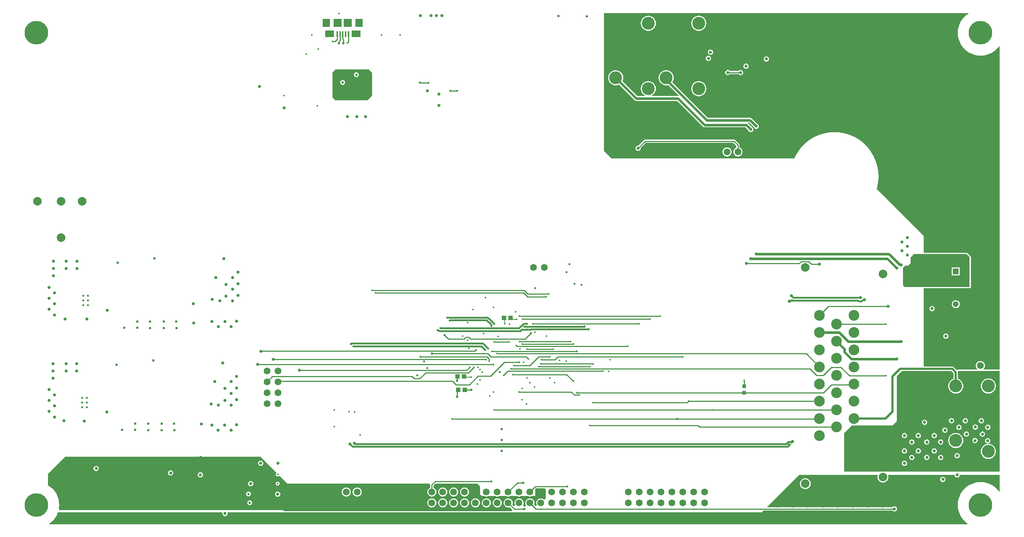
<source format=gbl>
G04*
G04 #@! TF.GenerationSoftware,Altium Limited,Altium Designer,18.1.11 (251)*
G04*
G04 Layer_Physical_Order=4*
G04 Layer_Color=16711680*
%FSLAX25Y25*%
%MOIN*%
G70*
G01*
G75*
%ADD11C,0.02362*%
%ADD13C,0.01000*%
%ADD14C,0.00787*%
%ADD16C,0.01968*%
%ADD39R,0.05709X0.04724*%
%ADD43R,0.03543X0.03347*%
%ADD52R,0.04134X0.03937*%
%ADD119C,0.01500*%
%ADD128C,0.06299*%
%ADD129C,0.21654*%
%ADD130C,0.11811*%
%ADD131C,0.05268*%
%ADD132R,0.05268X0.05268*%
%ADD133C,0.07874*%
%ADD134C,0.09843*%
%ADD135C,0.02362*%
%ADD136C,0.01575*%
%ADD137C,0.02756*%
%ADD138C,0.01968*%
%ADD139R,0.07087X0.07480*%
%ADD140R,0.07480X0.07480*%
%ADD141R,0.08268X0.06299*%
%ADD142R,0.01575X0.05315*%
%ADD143R,0.01575X0.05335*%
G36*
X327756Y416339D02*
Y395079D01*
X323425Y390748D01*
X294291D01*
X291339Y393701D01*
Y416339D01*
X294291Y419291D01*
X324803D01*
X327756Y416339D01*
D02*
G37*
G36*
X875984Y247047D02*
Y219488D01*
X816513Y219488D01*
X814960Y221041D01*
X814962Y237206D01*
X816929Y239173D01*
X819488Y239173D01*
X821850Y241535D01*
X821850Y247047D01*
X824803Y250000D01*
X873032Y250000D01*
X875984Y247047D01*
D02*
G37*
G36*
X874825Y470388D02*
X873284Y469358D01*
X871226Y467553D01*
X869421Y465495D01*
X867901Y463219D01*
X866690Y460764D01*
X865810Y458172D01*
X865276Y455487D01*
X865097Y452756D01*
X865276Y450024D01*
X865810Y447340D01*
X866690Y444748D01*
X867901Y442293D01*
X869421Y440017D01*
X871226Y437958D01*
X873284Y436154D01*
X875560Y434633D01*
X878015Y433422D01*
X880607Y432542D01*
X883292Y432008D01*
X886024Y431829D01*
X888755Y432008D01*
X891440Y432542D01*
X894032Y433422D01*
X896487Y434633D01*
X898763Y436154D01*
X900821Y437958D01*
X902626Y440017D01*
X903065Y440673D01*
X903543Y440528D01*
Y437992D01*
Y143736D01*
X888585D01*
X888415Y144236D01*
X888786Y144521D01*
X889451Y145388D01*
X889870Y146397D01*
X890012Y147480D01*
X889870Y148564D01*
X889451Y149573D01*
X888786Y150440D01*
X887920Y151105D01*
X886910Y151523D01*
X885827Y151666D01*
X884743Y151523D01*
X883734Y151105D01*
X882867Y150440D01*
X882202Y149573D01*
X881784Y148564D01*
X881641Y147480D01*
X881784Y146397D01*
X882202Y145388D01*
X882867Y144521D01*
X883238Y144236D01*
X883068Y143736D01*
X865207D01*
X865060Y143707D01*
X864911Y143692D01*
X864867Y143668D01*
X864817Y143658D01*
X864692Y143575D01*
X864560Y143505D01*
X864346Y143444D01*
X864036Y143457D01*
X863918Y143504D01*
X861470Y145951D01*
X860814Y146390D01*
X860040Y146544D01*
X833858D01*
Y218469D01*
X875984Y218469D01*
X876374Y218546D01*
X876705Y218767D01*
X876926Y219098D01*
X877004Y219488D01*
Y247047D01*
X876926Y247437D01*
X876705Y247768D01*
X873752Y250721D01*
X873422Y250942D01*
X873032Y251020D01*
X833858Y251020D01*
Y266535D01*
X790691Y309703D01*
X791611Y313374D01*
X792193Y317298D01*
X792387Y321260D01*
X792193Y325222D01*
X791611Y329145D01*
X790647Y332993D01*
X789311Y336727D01*
X787615Y340313D01*
X785575Y343715D01*
X783213Y346901D01*
X780549Y349840D01*
X777610Y352504D01*
X774424Y354867D01*
X771022Y356906D01*
X767436Y358602D01*
X763701Y359938D01*
X759854Y360902D01*
X755930Y361484D01*
X751968Y361679D01*
X748007Y361484D01*
X744083Y360902D01*
X740236Y359938D01*
X736501Y358602D01*
X732915Y356906D01*
X729513Y354867D01*
X726327Y352504D01*
X723388Y349840D01*
X720724Y346901D01*
X718362Y343715D01*
X716322Y340313D01*
X715038Y337598D01*
X547244Y337598D01*
X540354Y344488D01*
X540354Y470866D01*
X874680Y470866D01*
X874825Y470388D01*
D02*
G37*
G36*
X903543Y50197D02*
X760827D01*
X760827Y85630D01*
X767717Y92520D01*
X805118D01*
X809055Y96457D01*
Y137678D01*
X813875Y142498D01*
X859202D01*
X861166Y140534D01*
Y135343D01*
X860534Y135151D01*
X859334Y134510D01*
X858282Y133647D01*
X857419Y132595D01*
X856778Y131396D01*
X856383Y130094D01*
X856250Y128740D01*
X856383Y127386D01*
X856778Y126085D01*
X857419Y124885D01*
X858282Y123834D01*
X859334Y122971D01*
X860534Y122329D01*
X861835Y121935D01*
X863189Y121801D01*
X864543Y121935D01*
X865844Y122329D01*
X867044Y122971D01*
X868095Y123834D01*
X868958Y124885D01*
X869600Y126085D01*
X869995Y127386D01*
X870128Y128740D01*
X869995Y130094D01*
X869600Y131396D01*
X868958Y132595D01*
X868095Y133647D01*
X867044Y134510D01*
X865844Y135151D01*
X865212Y135343D01*
Y141372D01*
X865058Y142146D01*
X864971Y142276D01*
X865207Y142717D01*
X903543D01*
Y50197D01*
D02*
G37*
G36*
Y31951D02*
X903043Y31800D01*
X902626Y32424D01*
X900821Y34482D01*
X898763Y36287D01*
X896487Y37808D01*
X894032Y39019D01*
X891440Y39899D01*
X888755Y40433D01*
X886024Y40612D01*
X883292Y40433D01*
X880607Y39899D01*
X878015Y39019D01*
X875560Y37808D01*
X873284Y36287D01*
X871226Y34482D01*
X869421Y32424D01*
X867901Y30148D01*
X866690Y27693D01*
X865810Y25101D01*
X865276Y22416D01*
X865097Y19685D01*
X865276Y16954D01*
X865810Y14269D01*
X866690Y11677D01*
X867901Y9222D01*
X869421Y6946D01*
X871226Y4888D01*
X873284Y3083D01*
X873723Y2790D01*
X873800Y2144D01*
X873640Y1969D01*
X31815D01*
X31670Y2447D01*
X32621Y3083D01*
X34679Y4888D01*
X36484Y6946D01*
X38005Y9222D01*
X39216Y11677D01*
X39595Y12795D01*
X51181D01*
X190175D01*
X190585Y12295D01*
X190489Y11811D01*
X190673Y10883D01*
X191199Y10097D01*
X191986Y9571D01*
X192913Y9386D01*
X193841Y9571D01*
X194628Y10097D01*
X195153Y10883D01*
X195338Y11811D01*
X195242Y12295D01*
X195652Y12795D01*
X685039D01*
X686758Y14514D01*
X805150D01*
X805274Y14329D01*
X806060Y13803D01*
X806988Y13619D01*
X807916Y13803D01*
X808703Y14329D01*
X809228Y15115D01*
X809413Y16043D01*
X809228Y16971D01*
X808703Y17758D01*
X807916Y18283D01*
X806988Y18468D01*
X806060Y18283D01*
X805274Y17758D01*
X805150Y17573D01*
X690470D01*
X690279Y18035D01*
X719488Y47244D01*
X791553D01*
X791830Y46828D01*
X791647Y46385D01*
X791477Y45096D01*
X791647Y43807D01*
X792144Y42606D01*
X792936Y41575D01*
X793967Y40784D01*
X795168Y40286D01*
X796457Y40116D01*
X797746Y40286D01*
X798947Y40784D01*
X799978Y41575D01*
X800769Y42606D01*
X801267Y43807D01*
X801436Y45096D01*
X801267Y46385D01*
X801083Y46828D01*
X801361Y47244D01*
X862118D01*
X862303Y46316D01*
X862828Y45530D01*
X863615Y45004D01*
X864543Y44820D01*
X865471Y45004D01*
X866257Y45530D01*
X866783Y46316D01*
X866967Y47244D01*
X903543D01*
Y31951D01*
D02*
G37*
G36*
X240085Y49285D02*
X240050Y48926D01*
X239655Y48335D01*
X239516Y47638D01*
X239655Y46940D01*
X240050Y46349D01*
X240641Y45954D01*
X241339Y45815D01*
X242036Y45954D01*
X242627Y46349D01*
X242986Y46384D01*
X250000Y39370D01*
X379876D01*
X379974Y39321D01*
X381108Y38107D01*
Y35354D01*
X380545Y35121D01*
X379678Y34456D01*
X379013Y33589D01*
X378595Y32579D01*
X378452Y31496D01*
X378595Y30413D01*
X379013Y29403D01*
X379678Y28536D01*
X380545Y27871D01*
X381555Y27453D01*
X382638Y27311D01*
X383721Y27453D01*
X384731Y27871D01*
X385597Y28536D01*
X386262Y29403D01*
X386681Y30413D01*
X386823Y31496D01*
X386681Y32579D01*
X386262Y33589D01*
X385597Y34456D01*
X384731Y35121D01*
X384167Y35354D01*
Y37474D01*
X386064Y39370D01*
X424409D01*
X426851Y36929D01*
Y29528D01*
X428622Y27756D01*
X430824D01*
X431555Y27453D01*
X432638Y27311D01*
X433721Y27453D01*
X434452Y27756D01*
X440824D01*
X441554Y27453D01*
X442638Y27311D01*
X443721Y27453D01*
X444452Y27756D01*
X450824D01*
X451554Y27453D01*
X452638Y27311D01*
X453721Y27453D01*
X454452Y27756D01*
X460824D01*
X461554Y27453D01*
X462638Y27311D01*
X463721Y27453D01*
X464452Y27756D01*
X470824D01*
X471555Y27453D01*
X472638Y27311D01*
X473721Y27453D01*
X474452Y27756D01*
X477559D01*
Y34451D01*
X477996Y34888D01*
X486091D01*
X487205Y33774D01*
X487205Y25720D01*
X485840Y24440D01*
X485597Y24456D01*
X484730Y25121D01*
X483721Y25539D01*
X482638Y25681D01*
X481555Y25539D01*
X480545Y25121D01*
X479678Y24456D01*
X479013Y23589D01*
X478595Y22579D01*
X478452Y21496D01*
X478595Y20413D01*
X479013Y19403D01*
X477731Y18565D01*
X476447Y19850D01*
X476681Y20413D01*
X476823Y21496D01*
X476681Y22579D01*
X476263Y23589D01*
X475597Y24456D01*
X474730Y25121D01*
X473721Y25539D01*
X472638Y25681D01*
X471555Y25539D01*
X470545Y25121D01*
X469678Y24456D01*
X469013Y23589D01*
X468595Y22579D01*
X468452Y21496D01*
X468595Y20413D01*
X468976Y19493D01*
X468747Y19054D01*
X468040Y18124D01*
X467297Y18191D01*
X466836Y18731D01*
X466351Y19618D01*
X466681Y20413D01*
X466823Y21496D01*
X466681Y22579D01*
X466262Y23589D01*
X465597Y24456D01*
X464731Y25121D01*
X463721Y25539D01*
X462638Y25681D01*
X461554Y25539D01*
X460545Y25121D01*
X459678Y24456D01*
X459013Y23589D01*
X458595Y22579D01*
X458452Y21496D01*
X458595Y20413D01*
X459013Y19403D01*
X457731Y18565D01*
X456447Y19850D01*
X456681Y20413D01*
X456823Y21496D01*
X456681Y22579D01*
X456262Y23589D01*
X455597Y24456D01*
X454731Y25121D01*
X453721Y25539D01*
X452638Y25681D01*
X451554Y25539D01*
X450545Y25121D01*
X449678Y24456D01*
X449013Y23589D01*
X448595Y22579D01*
X448452Y21496D01*
X448595Y20413D01*
X449013Y19403D01*
X449678Y18537D01*
X450545Y17871D01*
X451554Y17453D01*
X452638Y17311D01*
X453721Y17453D01*
X454284Y17687D01*
X456581Y15390D01*
X455929Y13815D01*
X247012D01*
X246063Y14764D01*
X41435D01*
X40436Y15981D01*
X40630Y16954D01*
X40809Y19685D01*
X40630Y22416D01*
X40095Y25101D01*
X39216Y27693D01*
X38005Y30148D01*
X36484Y32424D01*
X34679Y34482D01*
X32621Y36287D01*
X30512Y37697D01*
Y48228D01*
X46260Y63976D01*
X225394Y63976D01*
X240085Y49285D01*
D02*
G37*
%LPC*%
G36*
X313366Y416594D02*
X312515Y416425D01*
X311794Y415943D01*
X311312Y415221D01*
X311142Y414370D01*
X311312Y413519D01*
X311794Y412798D01*
X312515Y412316D01*
X313366Y412146D01*
X314217Y412316D01*
X314938Y412798D01*
X315421Y413519D01*
X315590Y414370D01*
X315421Y415221D01*
X314938Y415943D01*
X314217Y416425D01*
X313366Y416594D01*
D02*
G37*
G36*
X300866Y409488D02*
X300015Y409318D01*
X299294Y408836D01*
X298812Y408115D01*
X298642Y407264D01*
X298812Y406413D01*
X299294Y405691D01*
X300015Y405209D01*
X300866Y405040D01*
X301717Y405209D01*
X302438Y405691D01*
X302921Y406413D01*
X303090Y407264D01*
X302921Y408115D01*
X302438Y408836D01*
X301717Y409318D01*
X300866Y409488D01*
D02*
G37*
G36*
X866872Y237453D02*
X859604D01*
Y230185D01*
X866872D01*
Y237453D01*
D02*
G37*
G36*
X627477Y468461D02*
X626123Y468328D01*
X624821Y467933D01*
X623622Y467292D01*
X622570Y466429D01*
X621707Y465377D01*
X621066Y464178D01*
X620671Y462876D01*
X620538Y461522D01*
X620671Y460169D01*
X621066Y458867D01*
X621707Y457667D01*
X622570Y456616D01*
X623622Y455753D01*
X624821Y455112D01*
X626123Y454717D01*
X627477Y454583D01*
X628830Y454717D01*
X630132Y455112D01*
X631332Y455753D01*
X632383Y456616D01*
X633246Y457667D01*
X633887Y458867D01*
X634282Y460169D01*
X634415Y461522D01*
X634282Y462876D01*
X633887Y464178D01*
X633246Y465377D01*
X632383Y466429D01*
X631332Y467292D01*
X630132Y467933D01*
X628830Y468328D01*
X627477Y468461D01*
D02*
G37*
G36*
X581217D02*
X579863Y468328D01*
X578561Y467933D01*
X577362Y467292D01*
X576310Y466429D01*
X575447Y465377D01*
X574806Y464178D01*
X574411Y462876D01*
X574278Y461522D01*
X574411Y460169D01*
X574806Y458867D01*
X575447Y457667D01*
X576310Y456616D01*
X577362Y455753D01*
X578561Y455112D01*
X579863Y454717D01*
X581217Y454583D01*
X582571Y454717D01*
X583872Y455112D01*
X585072Y455753D01*
X586123Y456616D01*
X586986Y457667D01*
X587628Y458867D01*
X588022Y460169D01*
X588156Y461522D01*
X588022Y462876D01*
X587628Y464178D01*
X586986Y465377D01*
X586123Y466429D01*
X585072Y467292D01*
X583872Y467933D01*
X582571Y468328D01*
X581217Y468461D01*
D02*
G37*
G36*
X638303Y437464D02*
X637375Y437279D01*
X636589Y436754D01*
X636063Y435967D01*
X635879Y435039D01*
X636063Y434111D01*
X636589Y433325D01*
X637375Y432799D01*
X638303Y432615D01*
X639231Y432799D01*
X640018Y433325D01*
X640543Y434111D01*
X640728Y435039D01*
X640543Y435967D01*
X640018Y436754D01*
X639231Y437279D01*
X638303Y437464D01*
D02*
G37*
G36*
X636335Y431751D02*
X635407Y431567D01*
X634621Y431041D01*
X634095Y430255D01*
X633910Y429327D01*
X634095Y428399D01*
X634621Y427612D01*
X635407Y427087D01*
X636335Y426902D01*
X637263Y427087D01*
X638049Y427612D01*
X638575Y428399D01*
X638759Y429327D01*
X638575Y430255D01*
X638049Y431041D01*
X637263Y431567D01*
X636335Y431751D01*
D02*
G37*
G36*
X689485Y431163D02*
X688557Y430978D01*
X687770Y430453D01*
X687245Y429666D01*
X687060Y428738D01*
X687245Y427810D01*
X687770Y427024D01*
X688557Y426498D01*
X689485Y426314D01*
X690412Y426498D01*
X691199Y427024D01*
X691724Y427810D01*
X691909Y428738D01*
X691724Y429666D01*
X691199Y430453D01*
X690412Y430978D01*
X689485Y431163D01*
D02*
G37*
G36*
X670784Y424669D02*
X669856Y424484D01*
X669069Y423958D01*
X668544Y423172D01*
X668359Y422244D01*
X668544Y421316D01*
X669069Y420530D01*
X669856Y420004D01*
X670784Y419819D01*
X671711Y420004D01*
X672498Y420530D01*
X673024Y421316D01*
X673208Y422244D01*
X673024Y423172D01*
X672498Y423958D01*
X671711Y424484D01*
X670784Y424669D01*
D02*
G37*
G36*
X665862Y418763D02*
X664935Y418579D01*
X664148Y418053D01*
X664024Y417868D01*
X655890D01*
X655766Y418053D01*
X654979Y418579D01*
X654051Y418763D01*
X653124Y418579D01*
X652337Y418053D01*
X651811Y417266D01*
X651627Y416339D01*
X651811Y415411D01*
X652337Y414624D01*
X653124Y414099D01*
X654051Y413914D01*
X654979Y414099D01*
X655766Y414624D01*
X655890Y414809D01*
X664024D01*
X664148Y414624D01*
X664935Y414099D01*
X665862Y413914D01*
X666790Y414099D01*
X667577Y414624D01*
X668102Y415411D01*
X668287Y416339D01*
X668102Y417266D01*
X667577Y418053D01*
X666790Y418579D01*
X665862Y418763D01*
D02*
G37*
G36*
X597555Y418461D02*
X596202Y418328D01*
X594900Y417933D01*
X593700Y417292D01*
X592649Y416429D01*
X591786Y415377D01*
X591145Y414178D01*
X590750Y412876D01*
X590616Y411522D01*
X590750Y410169D01*
X591145Y408867D01*
X591786Y407667D01*
X592649Y406616D01*
X593700Y405753D01*
X594900Y405112D01*
X596202Y404717D01*
X597555Y404583D01*
X598909Y404717D01*
X599453Y404882D01*
X609220Y395116D01*
X608973Y394655D01*
X608449Y394759D01*
X608449Y394759D01*
X584274D01*
X584149Y395259D01*
X585072Y395753D01*
X586123Y396616D01*
X586986Y397667D01*
X587628Y398867D01*
X588022Y400169D01*
X588156Y401522D01*
X588022Y402876D01*
X587628Y404178D01*
X586986Y405377D01*
X586123Y406429D01*
X585072Y407292D01*
X583872Y407933D01*
X582571Y408328D01*
X581217Y408461D01*
X579863Y408328D01*
X578561Y407933D01*
X577362Y407292D01*
X576310Y406429D01*
X575447Y405377D01*
X574806Y404178D01*
X574411Y402876D01*
X574278Y401522D01*
X574411Y400169D01*
X574806Y398867D01*
X575447Y397667D01*
X576310Y396616D01*
X577362Y395753D01*
X578285Y395259D01*
X578160Y394759D01*
X571204D01*
X557494Y408469D01*
X557706Y408867D01*
X558101Y410169D01*
X558234Y411522D01*
X558101Y412876D01*
X557706Y414178D01*
X557065Y415377D01*
X556202Y416429D01*
X555151Y417292D01*
X553951Y417933D01*
X552649Y418328D01*
X551296Y418461D01*
X549942Y418328D01*
X548640Y417933D01*
X547440Y417292D01*
X546389Y416429D01*
X545526Y415377D01*
X544885Y414178D01*
X544490Y412876D01*
X544357Y411522D01*
X544490Y410169D01*
X544885Y408867D01*
X545526Y407667D01*
X546389Y406616D01*
X547440Y405753D01*
X548640Y405112D01*
X549942Y404717D01*
X551296Y404583D01*
X552649Y404717D01*
X553951Y405112D01*
X554349Y405324D01*
X568710Y390963D01*
X568710Y390963D01*
X569431Y390481D01*
X570282Y390312D01*
X570282Y390312D01*
X607528D01*
X631089Y366750D01*
X631089Y366750D01*
X631810Y366268D01*
X632661Y366099D01*
X632661Y366099D01*
X670126D01*
X672951Y363274D01*
X672957Y363245D01*
X673482Y362459D01*
X674269Y361933D01*
X675197Y361749D01*
X676125Y361933D01*
X676911Y362459D01*
X677437Y363245D01*
X677621Y364173D01*
X677437Y365101D01*
X676911Y365888D01*
X676125Y366413D01*
X676096Y366419D01*
X672620Y369895D01*
X672570Y369928D01*
X672722Y370428D01*
X673671D01*
X677873Y366227D01*
X677878Y366198D01*
X678404Y365412D01*
X679190Y364886D01*
X680118Y364701D01*
X681046Y364886D01*
X681833Y365412D01*
X682358Y366198D01*
X682543Y367126D01*
X682358Y368054D01*
X681833Y368840D01*
X681046Y369366D01*
X681017Y369372D01*
X676164Y374225D01*
X675443Y374707D01*
X674592Y374876D01*
X674592Y374876D01*
X635749D01*
X603160Y407466D01*
X603325Y407667D01*
X603966Y408867D01*
X604361Y410169D01*
X604494Y411522D01*
X604361Y412876D01*
X603966Y414178D01*
X603325Y415377D01*
X602462Y416429D01*
X601410Y417292D01*
X600211Y417933D01*
X598909Y418328D01*
X597555Y418461D01*
D02*
G37*
G36*
X627477Y408461D02*
X626123Y408328D01*
X624821Y407933D01*
X623622Y407292D01*
X622570Y406429D01*
X621707Y405377D01*
X621066Y404178D01*
X620671Y402876D01*
X620538Y401522D01*
X620671Y400169D01*
X621066Y398867D01*
X621707Y397667D01*
X622570Y396616D01*
X623622Y395753D01*
X624821Y395112D01*
X626123Y394717D01*
X627477Y394583D01*
X628830Y394717D01*
X630132Y395112D01*
X631332Y395753D01*
X632383Y396616D01*
X633246Y397667D01*
X633887Y398867D01*
X634282Y400169D01*
X634415Y401522D01*
X634282Y402876D01*
X633887Y404178D01*
X633246Y405377D01*
X632383Y406429D01*
X631332Y407292D01*
X630132Y407933D01*
X628830Y408328D01*
X627477Y408461D01*
D02*
G37*
G36*
X659880Y354876D02*
X578346D01*
X577761Y354759D01*
X577265Y354428D01*
X572069Y349232D01*
X571850Y349275D01*
X570923Y349090D01*
X570136Y348565D01*
X569610Y347778D01*
X569426Y346850D01*
X569610Y345923D01*
X570136Y345136D01*
X570923Y344610D01*
X571850Y344426D01*
X572778Y344610D01*
X573565Y345136D01*
X574090Y345923D01*
X574275Y346850D01*
X574231Y347069D01*
X578980Y351817D01*
X659246D01*
X661856Y349207D01*
Y347362D01*
X661293Y347129D01*
X660426Y346463D01*
X659761Y345597D01*
X659343Y344587D01*
X659200Y343504D01*
X659343Y342421D01*
X659761Y341411D01*
X660426Y340544D01*
X661293Y339879D01*
X662303Y339461D01*
X663386Y339318D01*
X664469Y339461D01*
X665479Y339879D01*
X666345Y340544D01*
X667010Y341411D01*
X667429Y342421D01*
X667571Y343504D01*
X667429Y344587D01*
X667010Y345597D01*
X666345Y346463D01*
X665479Y347129D01*
X664915Y347362D01*
Y349840D01*
X664799Y350426D01*
X664467Y350922D01*
X660961Y354428D01*
X660465Y354759D01*
X659880Y354876D01*
D02*
G37*
G36*
X653386Y347689D02*
X652303Y347547D01*
X651293Y347129D01*
X650426Y346463D01*
X649761Y345597D01*
X649343Y344587D01*
X649200Y343504D01*
X649343Y342421D01*
X649761Y341411D01*
X650426Y340544D01*
X651293Y339879D01*
X652303Y339461D01*
X653386Y339318D01*
X654469Y339461D01*
X655478Y339879D01*
X656345Y340544D01*
X657011Y341411D01*
X657429Y342421D01*
X657571Y343504D01*
X657429Y344587D01*
X657011Y345597D01*
X656345Y346463D01*
X655478Y347129D01*
X654469Y347547D01*
X653386Y347689D01*
D02*
G37*
G36*
X863238Y207484D02*
X862290Y207359D01*
X861405Y206993D01*
X860646Y206411D01*
X860064Y205651D01*
X859698Y204767D01*
X859573Y203819D01*
X859698Y202870D01*
X860064Y201986D01*
X860646Y201227D01*
X861405Y200645D01*
X862290Y200279D01*
X863238Y200154D01*
X864187Y200279D01*
X865071Y200645D01*
X865830Y201227D01*
X866412Y201986D01*
X866778Y202870D01*
X866903Y203819D01*
X866778Y204767D01*
X866412Y205651D01*
X865830Y206411D01*
X865071Y206993D01*
X864187Y207359D01*
X863238Y207484D01*
D02*
G37*
G36*
X841535Y202228D02*
X840608Y202043D01*
X839821Y201518D01*
X839295Y200731D01*
X839111Y199803D01*
X839295Y198875D01*
X839821Y198089D01*
X840608Y197563D01*
X841535Y197379D01*
X842463Y197563D01*
X843250Y198089D01*
X843775Y198875D01*
X843960Y199803D01*
X843775Y200731D01*
X843250Y201518D01*
X842463Y202043D01*
X841535Y202228D01*
D02*
G37*
G36*
X854130Y177029D02*
X853203Y176845D01*
X852416Y176319D01*
X851890Y175533D01*
X851706Y174605D01*
X851890Y173677D01*
X852416Y172890D01*
X853203Y172365D01*
X854130Y172180D01*
X855058Y172365D01*
X855845Y172890D01*
X856370Y173677D01*
X856555Y174605D01*
X856370Y175533D01*
X855845Y176319D01*
X855058Y176845D01*
X854130Y177029D01*
D02*
G37*
G36*
X893110Y135679D02*
X891757Y135546D01*
X890455Y135151D01*
X889255Y134510D01*
X888204Y133647D01*
X887341Y132595D01*
X886699Y131396D01*
X886305Y130094D01*
X886171Y128740D01*
X886305Y127386D01*
X886699Y126085D01*
X887341Y124885D01*
X888204Y123834D01*
X889255Y122971D01*
X890455Y122329D01*
X891757Y121935D01*
X893110Y121801D01*
X894464Y121935D01*
X895766Y122329D01*
X896965Y122971D01*
X898017Y123834D01*
X898880Y124885D01*
X899521Y126085D01*
X899916Y127386D01*
X900049Y128740D01*
X899916Y130094D01*
X899521Y131396D01*
X898880Y132595D01*
X898017Y133647D01*
X896965Y134510D01*
X895766Y135151D01*
X894464Y135546D01*
X893110Y135679D01*
D02*
G37*
G36*
X886729Y99275D02*
X885801Y99090D01*
X885015Y98565D01*
X884489Y97778D01*
X884305Y96850D01*
X884489Y95923D01*
X885015Y95136D01*
X885801Y94610D01*
X886729Y94426D01*
X887657Y94610D01*
X888443Y95136D01*
X888969Y95923D01*
X889154Y96850D01*
X888969Y97778D01*
X888443Y98565D01*
X887657Y99090D01*
X886729Y99275D01*
D02*
G37*
G36*
X872047D02*
X871119Y99090D01*
X870333Y98565D01*
X869807Y97778D01*
X869623Y96850D01*
X869807Y95923D01*
X870333Y95136D01*
X871119Y94610D01*
X872047Y94426D01*
X872975Y94610D01*
X873762Y95136D01*
X874287Y95923D01*
X874472Y96850D01*
X874287Y97778D01*
X873762Y98565D01*
X872975Y99090D01*
X872047Y99275D01*
D02*
G37*
G36*
X859334D02*
X858406Y99090D01*
X857619Y98565D01*
X857094Y97778D01*
X856909Y96850D01*
X857094Y95923D01*
X857619Y95136D01*
X858406Y94610D01*
X859334Y94426D01*
X860262Y94610D01*
X861048Y95136D01*
X861574Y95923D01*
X861759Y96850D01*
X861574Y97778D01*
X861048Y98565D01*
X860262Y99090D01*
X859334Y99275D01*
D02*
G37*
G36*
X834646Y97897D02*
X833718Y97712D01*
X832931Y97187D01*
X832406Y96400D01*
X832221Y95472D01*
X832406Y94545D01*
X832931Y93758D01*
X833718Y93233D01*
X834646Y93048D01*
X835573Y93233D01*
X836360Y93758D01*
X836886Y94545D01*
X837070Y95472D01*
X836886Y96400D01*
X836360Y97187D01*
X835573Y97712D01*
X834646Y97897D01*
D02*
G37*
G36*
X881083Y93564D02*
X880156Y93379D01*
X879369Y92854D01*
X878844Y92067D01*
X878659Y91139D01*
X878844Y90211D01*
X879369Y89425D01*
X880156Y88899D01*
X881083Y88715D01*
X882011Y88899D01*
X882798Y89425D01*
X883323Y90211D01*
X883508Y91139D01*
X883323Y92067D01*
X882798Y92854D01*
X882011Y93379D01*
X881083Y93564D01*
D02*
G37*
G36*
X892635Y93348D02*
X891707Y93164D01*
X890920Y92638D01*
X890395Y91852D01*
X890210Y90924D01*
X890395Y89996D01*
X890920Y89210D01*
X891707Y88684D01*
X892635Y88499D01*
X893562Y88684D01*
X894349Y89210D01*
X894875Y89996D01*
X895059Y90924D01*
X894875Y91852D01*
X894349Y92638D01*
X893562Y93164D01*
X892635Y93348D01*
D02*
G37*
G36*
X866142D02*
X865214Y93164D01*
X864427Y92638D01*
X863902Y91852D01*
X863717Y90924D01*
X863902Y89996D01*
X864427Y89210D01*
X865214Y88684D01*
X866142Y88499D01*
X867070Y88684D01*
X867856Y89210D01*
X868382Y89996D01*
X868566Y90924D01*
X868382Y91852D01*
X867856Y92638D01*
X867070Y93164D01*
X866142Y93348D01*
D02*
G37*
G36*
X853347Y90693D02*
X852419Y90509D01*
X851632Y89983D01*
X851106Y89197D01*
X850922Y88269D01*
X851106Y87341D01*
X851632Y86554D01*
X852419Y86029D01*
X853347Y85844D01*
X854274Y86029D01*
X855061Y86554D01*
X855586Y87341D01*
X855771Y88269D01*
X855586Y89197D01*
X855061Y89983D01*
X854274Y90509D01*
X853347Y90693D01*
D02*
G37*
G36*
X887713Y87070D02*
X886786Y86886D01*
X885999Y86360D01*
X885473Y85574D01*
X885289Y84646D01*
X885473Y83718D01*
X885999Y82931D01*
X886786Y82406D01*
X887713Y82221D01*
X888641Y82406D01*
X889428Y82931D01*
X889953Y83718D01*
X890138Y84646D01*
X889953Y85574D01*
X889428Y86360D01*
X888641Y86886D01*
X887713Y87070D01*
D02*
G37*
G36*
X873032D02*
X872104Y86886D01*
X871317Y86360D01*
X870792Y85574D01*
X870607Y84646D01*
X870792Y83718D01*
X871317Y82931D01*
X872104Y82406D01*
X873032Y82221D01*
X873959Y82406D01*
X874746Y82931D01*
X875272Y83718D01*
X875456Y84646D01*
X875272Y85574D01*
X874746Y86360D01*
X873959Y86886D01*
X873032Y87070D01*
D02*
G37*
G36*
X843504Y85737D02*
X842576Y85553D01*
X841790Y85027D01*
X841264Y84241D01*
X841079Y83313D01*
X841264Y82385D01*
X841790Y81599D01*
X842576Y81073D01*
X843504Y80888D01*
X844432Y81073D01*
X845218Y81599D01*
X845744Y82385D01*
X845928Y83313D01*
X845744Y84241D01*
X845218Y85027D01*
X844432Y85553D01*
X843504Y85737D01*
D02*
G37*
G36*
X828822D02*
X827894Y85553D01*
X827108Y85027D01*
X826582Y84241D01*
X826398Y83313D01*
X826582Y82385D01*
X827108Y81599D01*
X827894Y81073D01*
X828822Y80888D01*
X829750Y81073D01*
X830536Y81599D01*
X831062Y82385D01*
X831247Y83313D01*
X831062Y84241D01*
X830536Y85027D01*
X829750Y85553D01*
X828822Y85737D01*
D02*
G37*
G36*
X816109D02*
X815181Y85553D01*
X814394Y85027D01*
X813869Y84241D01*
X813684Y83313D01*
X813869Y82385D01*
X814394Y81599D01*
X815181Y81073D01*
X816109Y80888D01*
X817037Y81073D01*
X817823Y81599D01*
X818349Y82385D01*
X818533Y83313D01*
X818349Y84241D01*
X817823Y85027D01*
X817037Y85553D01*
X816109Y85737D01*
D02*
G37*
G36*
X880906Y81144D02*
X879978Y80959D01*
X879191Y80434D01*
X878666Y79647D01*
X878481Y78719D01*
X878666Y77791D01*
X879191Y77005D01*
X879978Y76479D01*
X880906Y76295D01*
X881833Y76479D01*
X882620Y77005D01*
X883146Y77791D01*
X883330Y78719D01*
X883146Y79647D01*
X882620Y80434D01*
X881833Y80959D01*
X880906Y81144D01*
D02*
G37*
G36*
X849409Y79811D02*
X848482Y79626D01*
X847695Y79101D01*
X847169Y78314D01*
X846985Y77386D01*
X847169Y76459D01*
X847695Y75672D01*
X848482Y75147D01*
X849409Y74962D01*
X850337Y75147D01*
X851124Y75672D01*
X851649Y76459D01*
X851834Y77386D01*
X851649Y78314D01*
X851124Y79101D01*
X850337Y79626D01*
X849409Y79811D01*
D02*
G37*
G36*
X836696D02*
X835768Y79626D01*
X834982Y79101D01*
X834456Y78314D01*
X834272Y77386D01*
X834456Y76459D01*
X834982Y75672D01*
X835768Y75147D01*
X836696Y74962D01*
X837624Y75147D01*
X838410Y75672D01*
X838936Y76459D01*
X839121Y77386D01*
X838936Y78314D01*
X838410Y79101D01*
X837624Y79626D01*
X836696Y79811D01*
D02*
G37*
G36*
X822917D02*
X821989Y79626D01*
X821202Y79101D01*
X820677Y78314D01*
X820492Y77386D01*
X820677Y76459D01*
X821202Y75672D01*
X821989Y75147D01*
X822917Y74962D01*
X823844Y75147D01*
X824631Y75672D01*
X825157Y76459D01*
X825341Y77386D01*
X825157Y78314D01*
X824631Y79101D01*
X823844Y79626D01*
X822917Y79811D01*
D02*
G37*
G36*
X863189Y85679D02*
X861835Y85546D01*
X860534Y85151D01*
X859334Y84510D01*
X858282Y83647D01*
X857419Y82595D01*
X856778Y81396D01*
X856383Y80094D01*
X856250Y78740D01*
X856383Y77386D01*
X856778Y76085D01*
X857419Y74885D01*
X858282Y73834D01*
X859334Y72971D01*
X860534Y72329D01*
X861835Y71935D01*
X863189Y71801D01*
X864543Y71935D01*
X865844Y72329D01*
X867044Y72971D01*
X868095Y73834D01*
X868958Y74885D01*
X869600Y76085D01*
X869995Y77386D01*
X870128Y78740D01*
X869995Y80094D01*
X869600Y81396D01*
X868958Y82595D01*
X868095Y83647D01*
X867044Y84510D01*
X865844Y85151D01*
X864543Y85546D01*
X863189Y85679D01*
D02*
G37*
G36*
X843504Y71597D02*
X842576Y71413D01*
X841790Y70887D01*
X841264Y70100D01*
X841079Y69173D01*
X841264Y68245D01*
X841790Y67458D01*
X842576Y66933D01*
X843504Y66748D01*
X844432Y66933D01*
X845218Y67458D01*
X845744Y68245D01*
X845928Y69173D01*
X845744Y70100D01*
X845218Y70887D01*
X844432Y71413D01*
X843504Y71597D01*
D02*
G37*
G36*
X828822D02*
X827894Y71413D01*
X827108Y70887D01*
X826582Y70100D01*
X826398Y69173D01*
X826582Y68245D01*
X827108Y67458D01*
X827894Y66933D01*
X828822Y66748D01*
X829750Y66933D01*
X830536Y67458D01*
X831062Y68245D01*
X831247Y69173D01*
X831062Y70100D01*
X830536Y70887D01*
X829750Y71413D01*
X828822Y71597D01*
D02*
G37*
G36*
X816109D02*
X815181Y71413D01*
X814394Y70887D01*
X813869Y70100D01*
X813684Y69173D01*
X813869Y68245D01*
X814394Y67458D01*
X815181Y66933D01*
X816109Y66748D01*
X817037Y66933D01*
X817823Y67458D01*
X818349Y68245D01*
X818533Y69173D01*
X818349Y70100D01*
X817823Y70887D01*
X817037Y71413D01*
X816109Y71597D01*
D02*
G37*
G36*
X864543Y67385D02*
X863615Y67201D01*
X862828Y66675D01*
X862303Y65889D01*
X862118Y64961D01*
X862303Y64033D01*
X862828Y63246D01*
X863615Y62721D01*
X864543Y62536D01*
X865471Y62721D01*
X866257Y63246D01*
X866783Y64033D01*
X866967Y64961D01*
X866783Y65889D01*
X866257Y66675D01*
X865471Y67201D01*
X864543Y67385D01*
D02*
G37*
G36*
X892457Y80928D02*
X891529Y80744D01*
X890742Y80218D01*
X890217Y79432D01*
X890032Y78504D01*
X890217Y77576D01*
X890742Y76789D01*
X891529Y76264D01*
X892330Y76105D01*
X892305Y75600D01*
X891757Y75546D01*
X890455Y75151D01*
X889255Y74510D01*
X888204Y73647D01*
X887341Y72595D01*
X886699Y71396D01*
X886305Y70094D01*
X886171Y68740D01*
X886305Y67386D01*
X886699Y66085D01*
X887341Y64885D01*
X888204Y63834D01*
X889255Y62971D01*
X890455Y62329D01*
X891757Y61935D01*
X893110Y61801D01*
X894464Y61935D01*
X895766Y62329D01*
X896965Y62971D01*
X898017Y63834D01*
X898880Y64885D01*
X899521Y66085D01*
X899916Y67386D01*
X900049Y68740D01*
X899916Y70094D01*
X899521Y71396D01*
X898880Y72595D01*
X898017Y73647D01*
X896965Y74510D01*
X895766Y75151D01*
X894464Y75546D01*
X893110Y75679D01*
X892906Y75659D01*
X892832Y76154D01*
X893384Y76264D01*
X894171Y76789D01*
X894697Y77576D01*
X894881Y78504D01*
X894697Y79432D01*
X894171Y80218D01*
X893384Y80744D01*
X892457Y80928D01*
D02*
G37*
G36*
X849409Y65671D02*
X848482Y65486D01*
X847695Y64961D01*
X847169Y64174D01*
X846985Y63246D01*
X847169Y62318D01*
X847695Y61532D01*
X848482Y61006D01*
X849409Y60822D01*
X850337Y61006D01*
X851124Y61532D01*
X851649Y62318D01*
X851834Y63246D01*
X851649Y64174D01*
X851124Y64961D01*
X850337Y65486D01*
X849409Y65671D01*
D02*
G37*
G36*
X836696D02*
X835768Y65486D01*
X834982Y64961D01*
X834456Y64174D01*
X834272Y63246D01*
X834456Y62318D01*
X834982Y61532D01*
X835768Y61006D01*
X836696Y60822D01*
X837624Y61006D01*
X838410Y61532D01*
X838936Y62318D01*
X839121Y63246D01*
X838936Y64174D01*
X838410Y64961D01*
X837624Y65486D01*
X836696Y65671D01*
D02*
G37*
G36*
X822917D02*
X821989Y65486D01*
X821202Y64961D01*
X820677Y64174D01*
X820492Y63246D01*
X820677Y62318D01*
X821202Y61532D01*
X821989Y61006D01*
X822917Y60822D01*
X823844Y61006D01*
X824631Y61532D01*
X825157Y62318D01*
X825341Y63246D01*
X825157Y64174D01*
X824631Y64961D01*
X823844Y65486D01*
X822917Y65671D01*
D02*
G37*
G36*
X816109Y60259D02*
X815181Y60074D01*
X814394Y59548D01*
X813869Y58762D01*
X813684Y57834D01*
X813869Y56906D01*
X814394Y56120D01*
X815181Y55594D01*
X816109Y55409D01*
X817037Y55594D01*
X817823Y56120D01*
X818349Y56906D01*
X818533Y57834D01*
X818349Y58762D01*
X817823Y59548D01*
X817037Y60074D01*
X816109Y60259D01*
D02*
G37*
G36*
X851364Y45535D02*
X850436Y45350D01*
X849649Y44825D01*
X849124Y44038D01*
X848939Y43110D01*
X849124Y42182D01*
X849649Y41396D01*
X850436Y40870D01*
X851364Y40686D01*
X852291Y40870D01*
X853078Y41396D01*
X853604Y42182D01*
X853788Y43110D01*
X853604Y44038D01*
X853078Y44825D01*
X852291Y45350D01*
X851364Y45535D01*
D02*
G37*
G36*
X725197Y44170D02*
X723908Y44000D01*
X722707Y43503D01*
X721676Y42712D01*
X720884Y41680D01*
X720387Y40479D01*
X720217Y39191D01*
X720387Y37902D01*
X720884Y36701D01*
X721676Y35669D01*
X722707Y34878D01*
X723908Y34380D01*
X725197Y34211D01*
X726486Y34380D01*
X727687Y34878D01*
X728718Y35669D01*
X729509Y36701D01*
X730007Y37902D01*
X730176Y39191D01*
X730007Y40479D01*
X729509Y41680D01*
X728718Y42712D01*
X727687Y43503D01*
X726486Y44000D01*
X725197Y44170D01*
D02*
G37*
G36*
X225590Y60299D02*
X224663Y60114D01*
X223876Y59588D01*
X223351Y58802D01*
X223166Y57874D01*
X223351Y56946D01*
X223876Y56160D01*
X224663Y55634D01*
X225590Y55449D01*
X226518Y55634D01*
X227305Y56160D01*
X227831Y56946D01*
X228015Y57874D01*
X227831Y58802D01*
X227305Y59588D01*
X226518Y60114D01*
X225590Y60299D01*
D02*
G37*
G36*
X74705Y55574D02*
X73777Y55390D01*
X72990Y54864D01*
X72465Y54077D01*
X72280Y53150D01*
X72465Y52222D01*
X72990Y51435D01*
X73777Y50910D01*
X74705Y50725D01*
X75633Y50910D01*
X76419Y51435D01*
X76945Y52222D01*
X77129Y53150D01*
X76945Y54077D01*
X76419Y54864D01*
X75633Y55390D01*
X74705Y55574D01*
D02*
G37*
G36*
X143012Y51440D02*
X142084Y51256D01*
X141297Y50730D01*
X140772Y49944D01*
X140587Y49016D01*
X140772Y48088D01*
X141297Y47301D01*
X142084Y46776D01*
X143012Y46591D01*
X143940Y46776D01*
X144726Y47301D01*
X145252Y48088D01*
X145436Y49016D01*
X145252Y49944D01*
X144726Y50730D01*
X143940Y51256D01*
X143012Y51440D01*
D02*
G37*
G36*
X170276Y49669D02*
X169348Y49484D01*
X168561Y48959D01*
X168036Y48172D01*
X167851Y47244D01*
X168036Y46316D01*
X168561Y45530D01*
X169348Y45004D01*
X170276Y44820D01*
X171203Y45004D01*
X171990Y45530D01*
X172516Y46316D01*
X172700Y47244D01*
X172516Y48172D01*
X171990Y48959D01*
X171203Y49484D01*
X170276Y49669D01*
D02*
G37*
G36*
X241240Y41013D02*
X240543Y40874D01*
X239951Y40479D01*
X239557Y39888D01*
X239418Y39191D01*
X239557Y38493D01*
X239951Y37902D01*
X240543Y37507D01*
X241240Y37368D01*
X241938Y37507D01*
X242529Y37902D01*
X242924Y38493D01*
X243063Y39191D01*
X242924Y39888D01*
X242529Y40479D01*
X241938Y40874D01*
X241240Y41013D01*
D02*
G37*
G36*
X216535Y41615D02*
X215608Y41430D01*
X214821Y40905D01*
X214295Y40118D01*
X214111Y39191D01*
X214295Y38263D01*
X214821Y37476D01*
X215608Y36950D01*
X216535Y36766D01*
X217463Y36950D01*
X218250Y37476D01*
X218775Y38263D01*
X218960Y39191D01*
X218775Y40118D01*
X218250Y40905D01*
X217463Y41430D01*
X216535Y41615D01*
D02*
G37*
G36*
X214469Y31909D02*
X213617Y31740D01*
X212896Y31258D01*
X212414Y30536D01*
X212245Y29685D01*
X212414Y28834D01*
X212896Y28113D01*
X213617Y27630D01*
X214469Y27461D01*
X215319Y27630D01*
X216041Y28113D01*
X216523Y28834D01*
X216692Y29685D01*
X216523Y30536D01*
X216041Y31258D01*
X215319Y31740D01*
X214469Y31909D01*
D02*
G37*
G36*
X412638Y35682D02*
X411554Y35539D01*
X410545Y35121D01*
X409678Y34456D01*
X409013Y33589D01*
X408595Y32579D01*
X408452Y31496D01*
X408595Y30413D01*
X409013Y29403D01*
X409678Y28536D01*
X410545Y27871D01*
X411554Y27453D01*
X412638Y27311D01*
X413721Y27453D01*
X414731Y27871D01*
X415597Y28536D01*
X416262Y29403D01*
X416681Y30413D01*
X416823Y31496D01*
X416681Y32579D01*
X416262Y33589D01*
X415597Y34456D01*
X414731Y35121D01*
X413721Y35539D01*
X412638Y35682D01*
D02*
G37*
G36*
X402638D02*
X401554Y35539D01*
X400545Y35121D01*
X399678Y34456D01*
X399013Y33589D01*
X398595Y32579D01*
X398452Y31496D01*
X398595Y30413D01*
X399013Y29403D01*
X399678Y28536D01*
X400545Y27871D01*
X401554Y27453D01*
X402638Y27311D01*
X403721Y27453D01*
X404731Y27871D01*
X405597Y28536D01*
X406262Y29403D01*
X406681Y30413D01*
X406823Y31496D01*
X406681Y32579D01*
X406262Y33589D01*
X405597Y34456D01*
X404731Y35121D01*
X403721Y35539D01*
X402638Y35682D01*
D02*
G37*
G36*
X392638D02*
X391554Y35539D01*
X390545Y35121D01*
X389678Y34456D01*
X389013Y33589D01*
X388595Y32579D01*
X388452Y31496D01*
X388595Y30413D01*
X389013Y29403D01*
X389678Y28536D01*
X390545Y27871D01*
X391554Y27453D01*
X392638Y27311D01*
X393721Y27453D01*
X394730Y27871D01*
X395597Y28536D01*
X396263Y29403D01*
X396681Y30413D01*
X396823Y31496D01*
X396681Y32579D01*
X396263Y33589D01*
X395597Y34456D01*
X394730Y35121D01*
X393721Y35539D01*
X392638Y35682D01*
D02*
G37*
G36*
X314134Y35642D02*
X313051Y35500D01*
X312041Y35081D01*
X311174Y34416D01*
X310509Y33549D01*
X310091Y32540D01*
X309948Y31457D01*
X310091Y30373D01*
X310509Y29364D01*
X311174Y28497D01*
X312041Y27832D01*
X313051Y27414D01*
X314134Y27271D01*
X315217Y27414D01*
X316227Y27832D01*
X317093Y28497D01*
X317758Y29364D01*
X318177Y30373D01*
X318319Y31457D01*
X318177Y32540D01*
X317758Y33549D01*
X317093Y34416D01*
X316227Y35081D01*
X315217Y35500D01*
X314134Y35642D01*
D02*
G37*
G36*
X304134D02*
X303051Y35500D01*
X302041Y35081D01*
X301174Y34416D01*
X300509Y33549D01*
X300091Y32540D01*
X299949Y31457D01*
X300091Y30373D01*
X300509Y29364D01*
X301174Y28497D01*
X302041Y27832D01*
X303051Y27414D01*
X304134Y27271D01*
X305217Y27414D01*
X306227Y27832D01*
X307093Y28497D01*
X307758Y29364D01*
X308177Y30373D01*
X308319Y31457D01*
X308177Y32540D01*
X307758Y33549D01*
X307093Y34416D01*
X306227Y35081D01*
X305217Y35500D01*
X304134Y35642D01*
D02*
G37*
G36*
X241240Y32001D02*
X240312Y31817D01*
X239526Y31291D01*
X239000Y30505D01*
X238816Y29577D01*
X239000Y28649D01*
X239526Y27862D01*
X240312Y27337D01*
X241240Y27152D01*
X242168Y27337D01*
X242955Y27862D01*
X243480Y28649D01*
X243665Y29577D01*
X243480Y30505D01*
X242955Y31291D01*
X242168Y31817D01*
X241240Y32001D01*
D02*
G37*
G36*
X215555Y23877D02*
X214704Y23708D01*
X213982Y23226D01*
X213500Y22505D01*
X213331Y21654D01*
X213500Y20802D01*
X213982Y20081D01*
X214704Y19599D01*
X215555Y19430D01*
X216406Y19599D01*
X217127Y20081D01*
X217609Y20802D01*
X217778Y21654D01*
X217609Y22505D01*
X217127Y23226D01*
X216406Y23708D01*
X215555Y23877D01*
D02*
G37*
G36*
X442638Y25681D02*
X441554Y25539D01*
X440545Y25121D01*
X439678Y24456D01*
X439013Y23589D01*
X438595Y22579D01*
X438452Y21496D01*
X438595Y20413D01*
X439013Y19403D01*
X439678Y18537D01*
X440545Y17871D01*
X441554Y17453D01*
X442638Y17311D01*
X443721Y17453D01*
X444731Y17871D01*
X445597Y18537D01*
X446263Y19403D01*
X446681Y20413D01*
X446823Y21496D01*
X446681Y22579D01*
X446263Y23589D01*
X445597Y24456D01*
X444731Y25121D01*
X443721Y25539D01*
X442638Y25681D01*
D02*
G37*
G36*
X432638D02*
X431555Y25539D01*
X430545Y25121D01*
X429678Y24456D01*
X429013Y23589D01*
X428595Y22579D01*
X428452Y21496D01*
X428595Y20413D01*
X429013Y19403D01*
X429678Y18537D01*
X430545Y17871D01*
X431555Y17453D01*
X432638Y17311D01*
X433721Y17453D01*
X434730Y17871D01*
X435597Y18537D01*
X436263Y19403D01*
X436681Y20413D01*
X436823Y21496D01*
X436681Y22579D01*
X436263Y23589D01*
X435597Y24456D01*
X434730Y25121D01*
X433721Y25539D01*
X432638Y25681D01*
D02*
G37*
G36*
X422638D02*
X421555Y25539D01*
X420545Y25121D01*
X419678Y24456D01*
X419013Y23589D01*
X418595Y22579D01*
X418452Y21496D01*
X418595Y20413D01*
X419013Y19403D01*
X419678Y18537D01*
X420545Y17871D01*
X421555Y17453D01*
X422638Y17311D01*
X423721Y17453D01*
X424730Y17871D01*
X425597Y18537D01*
X426263Y19403D01*
X426681Y20413D01*
X426823Y21496D01*
X426681Y22579D01*
X426263Y23589D01*
X425597Y24456D01*
X424730Y25121D01*
X423721Y25539D01*
X422638Y25681D01*
D02*
G37*
G36*
X412638D02*
X411554Y25539D01*
X410545Y25121D01*
X409678Y24456D01*
X409013Y23589D01*
X408595Y22579D01*
X408452Y21496D01*
X408595Y20413D01*
X409013Y19403D01*
X409678Y18537D01*
X410545Y17871D01*
X411554Y17453D01*
X412638Y17311D01*
X413721Y17453D01*
X414731Y17871D01*
X415597Y18537D01*
X416262Y19403D01*
X416681Y20413D01*
X416823Y21496D01*
X416681Y22579D01*
X416262Y23589D01*
X415597Y24456D01*
X414731Y25121D01*
X413721Y25539D01*
X412638Y25681D01*
D02*
G37*
G36*
X402638D02*
X401554Y25539D01*
X400545Y25121D01*
X399678Y24456D01*
X399013Y23589D01*
X398595Y22579D01*
X398452Y21496D01*
X398595Y20413D01*
X399013Y19403D01*
X399678Y18537D01*
X400545Y17871D01*
X401554Y17453D01*
X402638Y17311D01*
X403721Y17453D01*
X404731Y17871D01*
X405597Y18537D01*
X406262Y19403D01*
X406681Y20413D01*
X406823Y21496D01*
X406681Y22579D01*
X406262Y23589D01*
X405597Y24456D01*
X404731Y25121D01*
X403721Y25539D01*
X402638Y25681D01*
D02*
G37*
G36*
X392638D02*
X391554Y25539D01*
X390545Y25121D01*
X389678Y24456D01*
X389013Y23589D01*
X388595Y22579D01*
X388452Y21496D01*
X388595Y20413D01*
X389013Y19403D01*
X389678Y18537D01*
X390545Y17871D01*
X391554Y17453D01*
X392638Y17311D01*
X393721Y17453D01*
X394730Y17871D01*
X395597Y18537D01*
X396263Y19403D01*
X396681Y20413D01*
X396823Y21496D01*
X396681Y22579D01*
X396263Y23589D01*
X395597Y24456D01*
X394730Y25121D01*
X393721Y25539D01*
X392638Y25681D01*
D02*
G37*
G36*
X382638D02*
X381555Y25539D01*
X380545Y25121D01*
X379678Y24456D01*
X379013Y23589D01*
X378595Y22579D01*
X378452Y21496D01*
X378595Y20413D01*
X379013Y19403D01*
X379678Y18537D01*
X380545Y17871D01*
X381555Y17453D01*
X382638Y17311D01*
X383721Y17453D01*
X384731Y17871D01*
X385597Y18537D01*
X386262Y19403D01*
X386681Y20413D01*
X386823Y21496D01*
X386681Y22579D01*
X386262Y23589D01*
X385597Y24456D01*
X384731Y25121D01*
X383721Y25539D01*
X382638Y25681D01*
D02*
G37*
%LPD*%
D11*
X674592Y372652D02*
X680118Y367126D01*
X634828Y372652D02*
X674592D01*
X597555Y409925D02*
X634828Y372652D01*
X597555Y409925D02*
Y411522D01*
X551296D02*
X570282Y392535D01*
X608449D01*
X632661Y368323D01*
X671047D01*
X675197Y364173D01*
X801968Y250000D02*
X812008Y239961D01*
X812992D01*
X800329Y245734D02*
X809055Y237008D01*
X764486Y169685D02*
X812992D01*
X756398Y177773D02*
X764486Y169685D01*
X761122Y159744D02*
X767323Y153543D01*
X809055D01*
X753937Y169899D02*
X761122Y162714D01*
Y159744D02*
Y162714D01*
X675852Y245734D02*
X800329D01*
X680118Y250000D02*
X801968D01*
X738189Y177773D02*
X756398D01*
X863238Y223819D02*
X870437D01*
X863238Y213819D02*
X870350D01*
D13*
X452638Y21496D02*
X458386Y15748D01*
X467520D01*
X452638Y31496D02*
X461102Y39961D01*
X466535D01*
X439978Y106907D02*
X639764D01*
X753937D01*
X626789Y92520D02*
X628150Y91159D01*
X527559Y92520D02*
X626789D01*
X498032Y155512D02*
X612835D01*
X663386Y343504D02*
Y349840D01*
X659880Y353346D02*
X663386Y349840D01*
X578346Y353346D02*
X659880D01*
X571850Y346850D02*
X578346Y353346D01*
X522360Y183349D02*
X522476Y183464D01*
X261024Y143307D02*
X261146Y143185D01*
X414527D02*
X417323Y145980D01*
X261146Y143185D02*
X414527D01*
X297638Y445276D02*
X298327Y445965D01*
X297638Y443307D02*
Y445276D01*
X300886Y447222D02*
X301575Y446533D01*
Y443307D02*
Y446533D01*
X300886Y447222D02*
Y451476D01*
X305217Y443405D02*
X306004Y444193D01*
Y451476D01*
X225984Y160752D02*
X422034Y160752D01*
X222835Y148425D02*
X438742D01*
X237008Y153272D02*
X264961D01*
X438742Y148425D02*
X438859Y148308D01*
X439173Y148622D01*
X377046Y140945D02*
X416224D01*
X371534Y135433D02*
X377046Y140945D01*
X366535Y135433D02*
X371534D01*
X364567Y137402D02*
X366535Y135433D01*
X236141Y137402D02*
X364567D01*
X231339Y132599D02*
X236141Y137402D01*
X416224Y140945D02*
X421260Y145980D01*
X405748Y133465D02*
Y137127D01*
X404731Y129921D02*
X417046D01*
X401581Y133071D02*
X404731Y129921D01*
X241339Y132599D02*
X241810Y133071D01*
X264961D01*
X372047Y155512D02*
X433071D01*
X422034Y160752D02*
X423307Y162025D01*
X472638Y31693D02*
X477362Y36417D01*
X472638Y31496D02*
Y31693D01*
X477362Y36417D02*
X506890D01*
X399508Y399508D02*
X405669D01*
X452331Y142520D02*
X539370D01*
X448425Y138614D02*
X452331Y142520D01*
X456693Y139370D02*
X506299D01*
X455118Y144488D02*
X729528D01*
X735402Y138614D01*
X495385Y152865D02*
X498032Y155512D01*
X412205Y172047D02*
X413779Y173622D01*
X397754Y172047D02*
X412205D01*
X394094Y175706D02*
X397754Y172047D01*
X382874Y158465D02*
X433781D01*
X506299Y139370D02*
X512598Y133071D01*
X522360Y183480D02*
X522460D01*
X522476Y183464D01*
X462992Y169685D02*
X509842D01*
X465551Y167323D02*
X512638D01*
X465551Y167323D02*
X465551Y167323D01*
X757957Y145980D02*
X765748Y138189D01*
X749130Y145980D02*
X757957D01*
X741764Y138614D02*
X749130Y145980D01*
X735402Y138614D02*
X741764D01*
X765748Y138189D02*
X799213D01*
X457736Y147638D02*
X472441D01*
X472490Y147589D02*
X480413Y155512D01*
X413779Y173622D02*
X416535D01*
X418110Y172047D01*
X468306D01*
X473424Y177165D01*
X483268Y152865D02*
X495385D01*
X439978Y169291D02*
X453542D01*
X515945Y122655D02*
X741946D01*
X515158Y160433D02*
X515354Y160630D01*
X437795Y160433D02*
X515158D01*
X470627Y213326D02*
X483477D01*
X467316Y216637D02*
X470627Y213326D01*
X470495Y210630D02*
X487402D01*
X466775Y214350D02*
X470495Y210630D01*
X435039Y151575D02*
Y153543D01*
X433071Y155512D02*
X435039Y153543D01*
X431925Y153272D02*
X432331Y152865D01*
X264961Y153272D02*
X431925Y153272D01*
X436734Y155512D02*
X469316D01*
X433781Y158465D02*
X436734Y155512D01*
X449156Y150591D02*
X462598D01*
X436361Y137795D02*
X449156Y150591D01*
X424920Y137795D02*
X436361D01*
X417046Y129921D02*
X424920Y137795D01*
X264961Y133071D02*
X401581Y133071D01*
X469316Y155512D02*
X471284Y153543D01*
X480413Y146653D02*
X527559D01*
X530077Y149171D02*
X530512Y148736D01*
X482638Y149171D02*
X530077D01*
X616795Y113466D02*
X618110Y114781D01*
X530512Y113466D02*
X616795D01*
X472441Y147638D02*
X472490Y147589D01*
X475197Y186024D02*
X572835D01*
X460467Y165323D02*
X562567D01*
X469758Y162598D02*
X494095D01*
X669291Y128622D02*
Y133839D01*
X405748Y118898D02*
Y124097D01*
X406929Y125278D01*
X405748Y137127D02*
X406299Y137678D01*
X412934Y125178D02*
X419015D01*
X401181Y98639D02*
X737761D01*
X737975Y98425D01*
X738189Y98639D01*
X412835Y125278D02*
X412934Y125178D01*
X562567Y165323D02*
X562598Y165354D01*
X460042Y165748D02*
X460467Y165323D01*
X480413Y155512D02*
X490748D01*
X483537Y213386D02*
X489764D01*
X483477Y213326D02*
X483537Y213386D01*
X462376Y123228D02*
X510630D01*
X513437Y120421D02*
X517717D01*
X510630Y123228D02*
X513437Y120421D01*
X769077Y129921D02*
X769685Y130529D01*
X749213Y129921D02*
X769077D01*
X741946Y122655D02*
X749213Y129921D01*
X726002Y158465D02*
X738189Y146277D01*
X462376Y123228D02*
X462534Y123071D01*
X746440Y201772D02*
X801181D01*
X385869Y41339D02*
X437008D01*
X382638Y38107D02*
X385869Y41339D01*
X382638Y31496D02*
Y38107D01*
X472638Y21496D02*
X478090Y16043D01*
X806988D01*
X628150Y91159D02*
X753937D01*
X295768Y446850D02*
Y451476D01*
X293799Y444882D02*
X295768Y446850D01*
X291339Y444882D02*
X293799D01*
X465731Y190261D02*
X582741D01*
X462804Y192913D02*
X592227D01*
X475197Y186024D02*
X475197Y186024D01*
X735311Y101911D02*
X738189Y99033D01*
X618110Y114781D02*
X738189D01*
X753937Y185647D02*
X799204D01*
X330709Y214350D02*
X466775D01*
X327858Y216637D02*
X467316D01*
X327756Y216535D02*
X327858Y216637D01*
X442638Y158465D02*
X726002Y158465D01*
X371778Y406988D02*
X379429D01*
X371654Y407113D02*
X371778Y406988D01*
X738189Y193521D02*
X746440Y201772D01*
X728404Y243053D02*
X730905Y240551D01*
X738189D01*
X721399Y243053D02*
X728404D01*
X719488Y241142D02*
X721399Y243053D01*
X671260Y241142D02*
X719488D01*
X654051Y416339D02*
X665862D01*
X298327Y451476D02*
Y453445D01*
Y445965D02*
Y451476D01*
X300886D02*
Y453445D01*
X301429Y443307D02*
X301575D01*
D14*
X412875Y137008D02*
X418898D01*
X449605Y185826D02*
Y190353D01*
X453937Y189961D02*
X460534D01*
X453937D02*
X455315Y191339D01*
X448622D02*
X449606Y190354D01*
X412205Y137678D02*
X412875Y137008D01*
X449605Y190353D02*
X449606Y190354D01*
X870437Y223819D02*
X872047Y222209D01*
D16*
X812237Y144521D02*
X860040D01*
X805118Y137402D02*
X812237Y144521D01*
X805118Y105315D02*
Y137402D01*
X860040Y144521D02*
X863189Y141372D01*
X798836Y99033D02*
X805118Y105315D01*
X863189Y128740D02*
Y141372D01*
X769685Y99033D02*
X798836D01*
D39*
X872047Y222209D02*
D03*
Y215516D02*
D03*
D43*
X669291Y128622D02*
D03*
Y122520D02*
D03*
D52*
X454724Y191240D02*
D03*
X448819D02*
D03*
X406299Y137678D02*
D03*
X412205D02*
D03*
X406929Y125278D02*
D03*
X412835D02*
D03*
D119*
X432949Y189152D02*
X437008Y185092D01*
X398994Y189152D02*
X432949D01*
X437008Y184055D02*
Y185092D01*
X469797Y180526D02*
X473045D01*
X473368Y180849D02*
X526345D01*
X473045Y180526D02*
X473368Y180849D01*
X526345D02*
X526476Y180980D01*
X469758Y180565D02*
X469797Y180526D01*
Y180417D02*
Y180526D01*
X464813Y180417D02*
X469797D01*
X389494Y179390D02*
X463786D01*
X464813Y180417D01*
X388963Y179921D02*
X389494Y179390D01*
X387795Y179921D02*
X388963D01*
X522228Y183349D02*
X522360Y183480D01*
X472333Y183349D02*
X522228D01*
X472055Y183071D02*
X472333Y183349D01*
X309842Y73228D02*
X709055D01*
X312067Y75728D02*
X707896D01*
X711763Y77537D02*
X712563Y76737D01*
X711103Y206220D02*
X712363Y207480D01*
X311417Y76378D02*
X312067Y75728D01*
X712563Y76737D02*
Y76737D01*
X712563D02*
X712563D01*
X713583Y77756D01*
X709497Y77537D02*
X711763D01*
X707896Y75936D02*
X709497Y77537D01*
X707896Y75728D02*
Y75936D01*
X709055Y73228D02*
X710630Y74803D01*
X307480Y75590D02*
X309842Y73228D01*
X467323Y183071D02*
X472055D01*
X466740Y186024D02*
X469758D01*
X308071Y167323D02*
X308602Y167854D01*
X429390D01*
X434055Y163189D01*
X428167Y165354D02*
X431496Y162025D01*
X310555Y165354D02*
X428167D01*
X778253Y207989D02*
X779528D01*
X776979Y206715D02*
X778253Y207989D01*
X774388Y206715D02*
X776979D01*
X773760Y207343D02*
X774388Y206715D01*
X712363Y207480D02*
X713000D01*
X713138Y207343D02*
X773760D01*
X713000Y207480D02*
X713138Y207343D01*
X710630Y206693D02*
X711103Y206220D01*
X714173Y209842D02*
X775683D01*
X712598Y211417D02*
X714173Y209842D01*
X390529Y181890D02*
X462606D01*
X439809Y185826D02*
X439978D01*
X435357Y190278D02*
X439809Y185826D01*
X435357Y190278D02*
X435357D01*
X433984Y191652D02*
X435357Y190278D01*
X396457Y191652D02*
X433984D01*
X398819Y188976D02*
X398994Y189152D01*
X522360Y183349D02*
Y183480D01*
X462606Y181890D02*
X466740Y186024D01*
D128*
X653386Y343504D02*
D03*
X663386D02*
D03*
X314134Y31457D02*
D03*
X304134D02*
D03*
X602835Y31497D02*
D03*
Y21496D02*
D03*
X612835Y31497D02*
D03*
Y21496D02*
D03*
X622834Y31497D02*
D03*
Y21496D02*
D03*
X632835Y31497D02*
D03*
Y21497D02*
D03*
X592835Y21496D02*
D03*
Y31497D02*
D03*
X582834Y31496D02*
D03*
Y21496D02*
D03*
X562835D02*
D03*
Y31497D02*
D03*
X572835Y21496D02*
D03*
Y31496D02*
D03*
X885827Y147480D02*
D03*
Y157480D02*
D03*
X462638Y21496D02*
D03*
Y31496D02*
D03*
X522638D02*
D03*
X512638D02*
D03*
X502638D02*
D03*
X492638D02*
D03*
X482638D02*
D03*
X472638D02*
D03*
X442638D02*
D03*
X432638D02*
D03*
X422638D02*
D03*
X402638D02*
D03*
X392638D02*
D03*
X382638D02*
D03*
X522638Y21496D02*
D03*
X512638D02*
D03*
X502638D02*
D03*
X492638D02*
D03*
X482638D02*
D03*
X472638D02*
D03*
X442638D02*
D03*
X432638D02*
D03*
X422638D02*
D03*
X412638D02*
D03*
X392638D02*
D03*
X382638D02*
D03*
X452638Y31496D02*
D03*
Y21496D02*
D03*
X412638Y31496D02*
D03*
X402638Y21496D02*
D03*
X241339Y142599D02*
D03*
Y132599D02*
D03*
Y122599D02*
D03*
Y112600D02*
D03*
X231339D02*
D03*
Y122599D02*
D03*
Y132599D02*
D03*
Y142599D02*
D03*
X485827Y237402D02*
D03*
X475827D02*
D03*
D129*
X885827Y452756D02*
D03*
Y19685D02*
D03*
X19685Y452756D02*
D03*
Y19685D02*
D03*
D130*
X863189Y78740D02*
D03*
X893110Y68740D02*
D03*
X863189Y128740D02*
D03*
X893110D02*
D03*
X597555Y411522D02*
D03*
X627477Y401522D02*
D03*
X597555Y461522D02*
D03*
X627477D02*
D03*
X551296Y411522D02*
D03*
X581217Y401522D02*
D03*
X551296Y461522D02*
D03*
X581217D02*
D03*
D131*
X863238Y203819D02*
D03*
Y213819D02*
D03*
Y223819D02*
D03*
D132*
Y233819D02*
D03*
D133*
X725197Y39191D02*
D03*
X796457Y45096D02*
D03*
X725197Y237616D02*
D03*
X796457Y231710D02*
D03*
X61811Y298327D02*
D03*
X42323D02*
D03*
Y264862D02*
D03*
X20669Y298327D02*
D03*
D134*
X738189Y83285D02*
D03*
Y99033D02*
D03*
Y114781D02*
D03*
Y130529D02*
D03*
Y146277D02*
D03*
Y162025D02*
D03*
Y177773D02*
D03*
Y193521D02*
D03*
X753937Y91159D02*
D03*
Y106907D02*
D03*
Y122655D02*
D03*
Y138403D02*
D03*
Y154151D02*
D03*
Y169899D02*
D03*
Y185647D02*
D03*
X769685Y83285D02*
D03*
Y99033D02*
D03*
Y114781D02*
D03*
Y130529D02*
D03*
Y146277D02*
D03*
Y162025D02*
D03*
Y177773D02*
D03*
Y193521D02*
D03*
D135*
X466535Y39961D02*
D03*
X467520Y15748D02*
D03*
X524691Y468062D02*
D03*
X498966Y468219D02*
D03*
X405748Y133465D02*
D03*
X446850Y89366D02*
D03*
Y69173D02*
D03*
Y79269D02*
D03*
X382874Y158465D02*
D03*
X405748Y118898D02*
D03*
X418898Y125146D02*
D03*
X823819Y238189D02*
D03*
Y226378D02*
D03*
Y232283D02*
D03*
X818898Y235236D02*
D03*
Y229331D02*
D03*
Y223425D02*
D03*
X869734Y244094D02*
D03*
X66771Y46990D02*
D03*
X57519D02*
D03*
X66771Y61754D02*
D03*
X57519D02*
D03*
X62008Y54864D02*
D03*
X53128Y54864D02*
D03*
X214469Y29685D02*
D03*
X215555Y21654D02*
D03*
X110500Y94371D02*
D03*
Y88466D02*
D03*
X122351Y94397D02*
D03*
Y88269D02*
D03*
X134843Y94397D02*
D03*
Y88269D02*
D03*
X146043Y94397D02*
D03*
X146653Y88269D02*
D03*
X98425Y88466D02*
D03*
X100394Y182087D02*
D03*
X148622Y181890D02*
D03*
X148012Y188018D02*
D03*
X136811Y181890D02*
D03*
Y188018D02*
D03*
X124320Y181890D02*
D03*
Y188018D02*
D03*
X112468Y182087D02*
D03*
Y187992D02*
D03*
X607874Y98639D02*
D03*
X94587Y241929D02*
D03*
X128248Y245984D02*
D03*
X127165Y152363D02*
D03*
X93504Y148308D02*
D03*
X321915Y395669D02*
D03*
X295768Y405512D02*
D03*
X300866Y407264D02*
D03*
X295768Y415354D02*
D03*
X313366Y414370D02*
D03*
X297638Y443307D02*
D03*
X301575D02*
D03*
D136*
X639764Y106907D02*
D03*
X612835Y155512D02*
D03*
X305217Y443405D02*
D03*
X293099Y106812D02*
D03*
X418898Y137008D02*
D03*
X306693Y105118D02*
D03*
X443456Y174135D02*
D03*
X453937Y185433D02*
D03*
X449605Y185826D02*
D03*
X437008Y184055D02*
D03*
X544882Y142126D02*
D03*
X539370Y142520D02*
D03*
X546063Y152865D02*
D03*
X311805Y105060D02*
D03*
X434055Y163189D02*
D03*
X431496Y162025D02*
D03*
X308071Y167323D02*
D03*
X310555Y165354D02*
D03*
X456693Y139370D02*
D03*
X439173Y200787D02*
D03*
X439978Y185826D02*
D03*
X505905Y151575D02*
D03*
X495079Y131986D02*
D03*
X509842Y169685D02*
D03*
X512638Y167323D02*
D03*
X490748Y136162D02*
D03*
X448425Y138614D02*
D03*
X477165Y178347D02*
D03*
X396457Y191652D02*
D03*
X398819Y188976D02*
D03*
X415354Y187008D02*
D03*
X460534Y189961D02*
D03*
X459646Y196850D02*
D03*
X416339Y163189D02*
D03*
X499981Y152147D02*
D03*
X453542Y169291D02*
D03*
X439978D02*
D03*
X442638Y158465D02*
D03*
X437795Y160433D02*
D03*
X431692Y209867D02*
D03*
X430210Y176823D02*
D03*
X423307Y162025D02*
D03*
X469488Y112205D02*
D03*
X465551Y116273D02*
D03*
X463542Y162872D02*
D03*
X487713Y174440D02*
D03*
X466980Y150591D02*
D03*
X472441Y131986D02*
D03*
X476674Y128010D02*
D03*
X469764Y136162D02*
D03*
X465551Y126435D02*
D03*
X435039Y151575D02*
D03*
X471284Y153543D02*
D03*
X530512Y148736D02*
D03*
X527559Y146653D02*
D03*
X480413D02*
D03*
X482638Y149171D02*
D03*
X527559Y92520D02*
D03*
X530512Y113466D02*
D03*
X455118Y144488D02*
D03*
X457736Y147638D02*
D03*
X410825Y174605D02*
D03*
X415354Y170866D02*
D03*
X420394Y198879D02*
D03*
X424409Y130709D02*
D03*
X426753Y134252D02*
D03*
X435827Y119685D02*
D03*
X439280Y123228D02*
D03*
X669291Y133839D02*
D03*
X439173Y148622D02*
D03*
X401181Y98639D02*
D03*
X469758Y162598D02*
D03*
X494095D02*
D03*
X490748Y155512D02*
D03*
X483268Y152865D02*
D03*
X562598Y165354D02*
D03*
X460042Y165748D02*
D03*
X462992Y169685D02*
D03*
X465551Y167323D02*
D03*
X487402Y210630D02*
D03*
X489764Y213386D02*
D03*
X512598Y133071D02*
D03*
X799213Y138189D02*
D03*
X462534Y123071D02*
D03*
X517717Y120421D02*
D03*
X439978Y106907D02*
D03*
X421260Y145980D02*
D03*
X277461Y385925D02*
D03*
X247047Y395177D02*
D03*
X353346Y450787D02*
D03*
X267520Y433268D02*
D03*
X278543Y437992D02*
D03*
X297638Y470472D02*
D03*
X291339Y444882D02*
D03*
X272638Y450787D02*
D03*
X336614D02*
D03*
X582741Y190261D02*
D03*
X465731D02*
D03*
X592227Y192913D02*
D03*
X462804D02*
D03*
X475197Y186024D02*
D03*
X572835Y186024D02*
D03*
X618110Y114781D02*
D03*
X628150Y91159D02*
D03*
X799204Y185647D02*
D03*
X327756Y216535D02*
D03*
X330709Y214350D02*
D03*
X417323Y145980D02*
D03*
X426863Y143870D02*
D03*
X432331Y152865D02*
D03*
X428740Y141729D02*
D03*
X424803Y146063D02*
D03*
X293099Y91457D02*
D03*
X316760Y83858D02*
D03*
X241339Y47638D02*
D03*
X241240Y39191D02*
D03*
D137*
X636041Y380971D02*
D03*
X650591Y388880D02*
D03*
Y392782D02*
D03*
X571850Y346850D02*
D03*
X591831Y341535D02*
D03*
X560407D02*
D03*
X377953Y6693D02*
D03*
X407480D02*
D03*
X416929D02*
D03*
X557087D02*
D03*
X597555D02*
D03*
X307087Y18701D02*
D03*
X864543Y47244D02*
D03*
X225984Y160630D02*
D03*
X222835Y148425D02*
D03*
X237008Y153272D02*
D03*
X261024Y143307D02*
D03*
X859631Y291339D02*
D03*
X311417Y76378D02*
D03*
X307480Y75590D02*
D03*
X780960Y392082D02*
D03*
X808964Y381496D02*
D03*
X795184D02*
D03*
X834019Y380971D02*
D03*
X820239D02*
D03*
X856748Y386526D02*
D03*
X842968D02*
D03*
X816233Y362904D02*
D03*
X802041Y374715D02*
D03*
X810167Y369160D02*
D03*
X815821Y374715D02*
D03*
X816645Y351093D02*
D03*
X821176Y292738D02*
D03*
X842144Y362205D02*
D03*
X827953Y374016D02*
D03*
X828777Y362205D02*
D03*
X836078Y368460D02*
D03*
X841732Y374016D02*
D03*
X842968Y338583D02*
D03*
X828777Y350394D02*
D03*
X829601Y338583D02*
D03*
X836902Y344838D02*
D03*
X842556Y350394D02*
D03*
X835666Y356649D02*
D03*
X843792Y314961D02*
D03*
X829601Y326772D02*
D03*
X830424Y314961D02*
D03*
X837726Y321216D02*
D03*
X843380Y326772D02*
D03*
X836490Y333027D02*
D03*
X847087Y292038D02*
D03*
X830424Y303150D02*
D03*
X833720Y292038D02*
D03*
X838550Y297594D02*
D03*
X844204Y303150D02*
D03*
X837314Y309405D02*
D03*
X864049Y369160D02*
D03*
X849858Y380971D02*
D03*
X850682Y369160D02*
D03*
X857983Y375415D02*
D03*
X863637Y380971D02*
D03*
X864873Y345537D02*
D03*
X850682Y357348D02*
D03*
X851506Y345537D02*
D03*
X858807Y351793D02*
D03*
X864461Y357348D02*
D03*
X857572Y363604D02*
D03*
X865697Y321916D02*
D03*
X851506Y333727D02*
D03*
X852330Y321916D02*
D03*
X859631Y328171D02*
D03*
X865285Y333727D02*
D03*
X858395Y339982D02*
D03*
X866521Y298293D02*
D03*
X852330Y310104D02*
D03*
X853153Y298293D02*
D03*
X860455Y304549D02*
D03*
X866109Y310104D02*
D03*
X859219Y316360D02*
D03*
X850824Y416929D02*
D03*
X815139Y410674D02*
D03*
X815963Y387052D02*
D03*
X815409Y398337D02*
D03*
X864603Y416929D02*
D03*
X865427Y393307D02*
D03*
X864873Y404593D02*
D03*
X828777Y410148D02*
D03*
X821063Y392082D02*
D03*
X827953Y385827D02*
D03*
Y397638D02*
D03*
X821475Y403893D02*
D03*
X801556Y410148D02*
D03*
X753937Y393307D02*
D03*
X775591Y398031D02*
D03*
X774070Y410148D02*
D03*
X768005Y403893D02*
D03*
X782196D02*
D03*
X850270Y428215D02*
D03*
X864049D02*
D03*
X877829D02*
D03*
X842968Y421959D02*
D03*
X856748D02*
D03*
X895728Y310104D02*
D03*
X881948D02*
D03*
X888838Y303849D02*
D03*
X883184Y298293D02*
D03*
X875882Y292038D02*
D03*
X875058Y303849D02*
D03*
X889250Y292038D02*
D03*
X896282Y298819D02*
D03*
X894904Y333727D02*
D03*
X881124D02*
D03*
X888014Y327471D02*
D03*
X882360Y321916D02*
D03*
X875058Y315660D02*
D03*
X874235Y327471D02*
D03*
X888426Y315660D02*
D03*
X895458Y322441D02*
D03*
X894080Y357348D02*
D03*
X880301D02*
D03*
X887190Y351093D02*
D03*
X881536Y345537D02*
D03*
X874235Y339282D02*
D03*
X873411Y351093D02*
D03*
X887602Y339282D02*
D03*
X894634Y346063D02*
D03*
X893256Y380971D02*
D03*
X879477D02*
D03*
X886366Y374715D02*
D03*
X880712Y369160D02*
D03*
X873411Y362904D02*
D03*
X872587Y374715D02*
D03*
X886778Y362904D02*
D03*
X893810Y369685D02*
D03*
X892432Y404593D02*
D03*
X878653D02*
D03*
X885542Y398337D02*
D03*
X879889Y392782D02*
D03*
X872587Y386526D02*
D03*
X871763Y398337D02*
D03*
X885954Y386526D02*
D03*
X892986Y393307D02*
D03*
X891608Y428215D02*
D03*
X884719Y421959D02*
D03*
X879065Y416404D02*
D03*
X871763Y410148D02*
D03*
X870939Y421959D02*
D03*
X885131Y410148D02*
D03*
X892162Y416929D02*
D03*
X856336Y410848D02*
D03*
X842556D02*
D03*
X849446Y404593D02*
D03*
X843792Y399037D02*
D03*
X836490Y392782D02*
D03*
X835666Y404593D02*
D03*
X849858Y392782D02*
D03*
X856890Y399562D02*
D03*
X808519Y404593D02*
D03*
X794740D02*
D03*
X801630Y398337D02*
D03*
X795976Y392782D02*
D03*
X788674Y386526D02*
D03*
X787850Y398337D02*
D03*
X802041Y386526D02*
D03*
X809073Y393307D02*
D03*
X744864Y409449D02*
D03*
X759879D02*
D03*
X768417Y392782D02*
D03*
X754225Y403893D02*
D03*
X761527Y398337D02*
D03*
X794882Y428740D02*
D03*
X794740Y416404D02*
D03*
X787850Y410148D02*
D03*
Y421959D02*
D03*
X814997Y433770D02*
D03*
X759879D02*
D03*
X773659D02*
D03*
X746100D02*
D03*
X774482Y421959D02*
D03*
X760291D02*
D03*
X753401Y415704D02*
D03*
X767181D02*
D03*
X753401Y427515D02*
D03*
X767181D02*
D03*
X781784Y428215D02*
D03*
X781372Y416404D02*
D03*
X730672Y397638D02*
D03*
X716893D02*
D03*
X703113D02*
D03*
X744864Y398337D02*
D03*
X737974Y392082D02*
D03*
X716481Y385827D02*
D03*
X702701D02*
D03*
X709591Y391383D02*
D03*
X723370D02*
D03*
X731084Y421260D02*
D03*
X717305D02*
D03*
X703525D02*
D03*
X745276Y421959D02*
D03*
X737974Y403893D02*
D03*
X738386Y415704D02*
D03*
X731084Y409449D02*
D03*
X716893D02*
D03*
X703113D02*
D03*
X710003Y403194D02*
D03*
X723782D02*
D03*
X710003Y415004D02*
D03*
X723782D02*
D03*
X724194Y438627D02*
D03*
X710415D02*
D03*
X724194Y426816D02*
D03*
X710415D02*
D03*
X703525Y433071D02*
D03*
X717305D02*
D03*
X731496D02*
D03*
X738798Y439326D02*
D03*
X738386Y427515D02*
D03*
X821475D02*
D03*
X807695D02*
D03*
X821475Y415704D02*
D03*
X807695D02*
D03*
X800806Y421959D02*
D03*
X814585D02*
D03*
X828777D02*
D03*
X836078Y428215D02*
D03*
X835666Y416404D02*
D03*
X822299Y440026D02*
D03*
X829189Y433770D02*
D03*
X864049Y440026D02*
D03*
X850270D02*
D03*
X836490D02*
D03*
X870939Y433770D02*
D03*
X857160D02*
D03*
X843380D02*
D03*
X829189Y445581D02*
D03*
X842968D02*
D03*
X856748D02*
D03*
X822299Y451837D02*
D03*
X836078D02*
D03*
X849858D02*
D03*
X863637D02*
D03*
X814997Y445581D02*
D03*
X800806Y457393D02*
D03*
X787026D02*
D03*
X815409Y458092D02*
D03*
X842556D02*
D03*
X828777D02*
D03*
X778900Y462948D02*
D03*
X792680D02*
D03*
X751753D02*
D03*
X765533D02*
D03*
X801218Y445581D02*
D03*
X787438D02*
D03*
X794328Y451837D02*
D03*
X808107D02*
D03*
X801218Y433770D02*
D03*
X787438D02*
D03*
X780548Y440026D02*
D03*
X794328D02*
D03*
X808519D02*
D03*
X780960Y451837D02*
D03*
X766357Y451137D02*
D03*
X752577D02*
D03*
X759467Y457393D02*
D03*
X773247D02*
D03*
X766357Y439326D02*
D03*
X752577D02*
D03*
X745687Y445581D02*
D03*
X759467D02*
D03*
X773659D02*
D03*
X746100Y457393D02*
D03*
X711239Y462948D02*
D03*
X703937Y456693D02*
D03*
X738798Y451137D02*
D03*
X724606D02*
D03*
X710827D02*
D03*
X703937Y444882D02*
D03*
X717717D02*
D03*
X731496D02*
D03*
X738386Y462948D02*
D03*
X724606D02*
D03*
X717717Y456693D02*
D03*
X731496D02*
D03*
X559726Y386025D02*
D03*
X590041Y386593D02*
D03*
X858268Y13145D02*
D03*
X865158Y6693D02*
D03*
X844488Y13145D02*
D03*
X851378Y6693D02*
D03*
X830709Y13145D02*
D03*
X837598Y6693D02*
D03*
X170472Y63386D02*
D03*
X225590Y57874D02*
D03*
X779528Y207989D02*
D03*
X710630Y74803D02*
D03*
Y206693D02*
D03*
X775683Y209842D02*
D03*
X712598Y211417D02*
D03*
X713583Y77756D02*
D03*
X873032Y84646D02*
D03*
X887713D02*
D03*
X892457Y78504D02*
D03*
X880906Y78719D02*
D03*
X853347Y88269D02*
D03*
X816109Y57834D02*
D03*
Y69173D02*
D03*
X828822D02*
D03*
X822917Y63246D02*
D03*
X843504Y69173D02*
D03*
X849409Y63246D02*
D03*
X836696D02*
D03*
X816109Y83313D02*
D03*
X828822D02*
D03*
X822917Y77386D02*
D03*
X843504Y83313D02*
D03*
X849409Y77386D02*
D03*
X836696D02*
D03*
X881083Y91139D02*
D03*
X892635Y90924D02*
D03*
X886729Y96850D02*
D03*
X866142Y90924D02*
D03*
X872047Y96850D02*
D03*
X859334D02*
D03*
X834646Y95472D02*
D03*
X812992Y239961D02*
D03*
X809055Y237008D02*
D03*
X812992Y169685D02*
D03*
X809055Y153543D02*
D03*
X801180Y36417D02*
D03*
Y24606D02*
D03*
X801181Y201772D02*
D03*
X141732Y26575D02*
D03*
X155512D02*
D03*
X169291D02*
D03*
X148622Y34449D02*
D03*
X162402D02*
D03*
X176181D02*
D03*
X362205D02*
D03*
X348425D02*
D03*
X334646D02*
D03*
X279528D02*
D03*
X265748D02*
D03*
X369094Y26575D02*
D03*
X355315D02*
D03*
X341535D02*
D03*
X327756D02*
D03*
X286417D02*
D03*
X272638D02*
D03*
X362205Y18701D02*
D03*
X348425D02*
D03*
X334646D02*
D03*
X320866D02*
D03*
X293307D02*
D03*
X279528D02*
D03*
X265748D02*
D03*
X810039Y30512D02*
D03*
X176181Y6693D02*
D03*
X107283D02*
D03*
X162401D02*
D03*
X148622D02*
D03*
X121063D02*
D03*
X134843D02*
D03*
X171161Y93945D02*
D03*
X203546Y137678D02*
D03*
X198625Y122057D02*
D03*
X203546Y126978D02*
D03*
X198625Y132757D02*
D03*
Y111352D02*
D03*
X203546Y116273D02*
D03*
X203346Y93081D02*
D03*
X186814Y111352D02*
D03*
X192720Y115730D02*
D03*
X192520Y92913D02*
D03*
X180709D02*
D03*
X192720Y126435D02*
D03*
X186614Y88160D02*
D03*
X198425D02*
D03*
X198625Y183264D02*
D03*
X186814D02*
D03*
X193898Y222025D02*
D03*
X180909Y188018D02*
D03*
X181198Y208268D02*
D03*
X192720Y188018D02*
D03*
X193898Y211320D02*
D03*
X187992Y206941D02*
D03*
X203546Y188185D02*
D03*
X204724Y211863D02*
D03*
X199803Y206941D02*
D03*
X56890Y142675D02*
D03*
X47047D02*
D03*
X35236Y135982D02*
D03*
Y142675D02*
D03*
Y149171D02*
D03*
X47047D02*
D03*
X56890D02*
D03*
X57087Y243110D02*
D03*
X47244D02*
D03*
X35433D02*
D03*
Y236614D02*
D03*
X258858Y6693D02*
D03*
X245079D02*
D03*
X272638D02*
D03*
X286417D02*
D03*
X300197D02*
D03*
X313976D02*
D03*
X327756D02*
D03*
X341535D02*
D03*
X355315D02*
D03*
X369094D02*
D03*
X427559D02*
D03*
X397342D02*
D03*
X387402D02*
D03*
X437402D02*
D03*
X447835D02*
D03*
X457480D02*
D03*
X468012D02*
D03*
X487205D02*
D03*
X497047D02*
D03*
X507874D02*
D03*
X517717D02*
D03*
X566929D02*
D03*
X548228D02*
D03*
X534449D02*
D03*
X577756D02*
D03*
X587598D02*
D03*
X607874D02*
D03*
X617618D02*
D03*
X626968D02*
D03*
X644685D02*
D03*
X658465D02*
D03*
X672244D02*
D03*
X796260Y30512D02*
D03*
X782480D02*
D03*
X789370Y36767D02*
D03*
X817057D02*
D03*
X768701Y30512D02*
D03*
X754921D02*
D03*
X741142D02*
D03*
X748032Y36767D02*
D03*
X761811D02*
D03*
X776003D02*
D03*
X823819Y6693D02*
D03*
X810039D02*
D03*
X816929Y13145D02*
D03*
X796260Y18701D02*
D03*
X782480D02*
D03*
X789370Y24956D02*
D03*
X817057D02*
D03*
X796260Y6693D02*
D03*
X782480D02*
D03*
X768701D02*
D03*
X775591Y13145D02*
D03*
X789370D02*
D03*
X768701Y18701D02*
D03*
X754921D02*
D03*
X741142D02*
D03*
X748032Y24956D02*
D03*
X761811D02*
D03*
X776003D02*
D03*
X754921Y6693D02*
D03*
X741142D02*
D03*
X727362D02*
D03*
X734252Y13145D02*
D03*
X748032D02*
D03*
X762223D02*
D03*
X727362Y18701D02*
D03*
X713583D02*
D03*
X699803D02*
D03*
X706693Y24956D02*
D03*
X720472D02*
D03*
X734664D02*
D03*
X720884Y13145D02*
D03*
X706693D02*
D03*
X692913D02*
D03*
X686024Y6693D02*
D03*
X699803D02*
D03*
X713583D02*
D03*
X806988Y16043D02*
D03*
X378642Y399633D02*
D03*
X389075Y396562D02*
D03*
X389173Y386070D02*
D03*
X391732Y468504D02*
D03*
X386890D02*
D03*
X381890D02*
D03*
X372047D02*
D03*
X675000Y245734D02*
D03*
X675197Y364173D02*
D03*
X738189Y240551D02*
D03*
X818898Y249016D02*
D03*
X671260Y241142D02*
D03*
X684055Y381890D02*
D03*
X841535Y199803D02*
D03*
X680118Y250000D02*
D03*
Y367126D02*
D03*
X648146Y405512D02*
D03*
X686532Y415354D02*
D03*
X689485Y435039D02*
D03*
Y428738D02*
D03*
X665862Y416339D02*
D03*
X670784Y422244D02*
D03*
X654051Y416339D02*
D03*
X638303Y435039D02*
D03*
X645587D02*
D03*
X651886Y440945D02*
D03*
X636335Y429327D02*
D03*
Y422734D02*
D03*
X199803Y228346D02*
D03*
X180020Y112205D02*
D03*
X190751Y149859D02*
D03*
X183366Y132757D02*
D03*
X204724Y222568D02*
D03*
X199803Y217647D02*
D03*
X204724Y233268D02*
D03*
X184544Y228346D02*
D03*
X191929Y245449D02*
D03*
X224501Y403543D02*
D03*
X247047Y383858D02*
D03*
X321850Y375984D02*
D03*
X313976D02*
D03*
X305118D02*
D03*
X813976Y252953D02*
D03*
X818898Y264764D02*
D03*
Y256890D02*
D03*
X813976Y260827D02*
D03*
X864543Y64961D02*
D03*
X854130Y174605D02*
D03*
Y181298D02*
D03*
X63976Y96545D02*
D03*
X45276Y96792D02*
D03*
X35433Y229921D02*
D03*
X47244Y236614D02*
D03*
X57087D02*
D03*
X84646Y105060D02*
D03*
X84941Y198228D02*
D03*
X36417Y100197D02*
D03*
X31496Y105571D02*
D03*
X36417Y110571D02*
D03*
X31496Y115571D02*
D03*
Y125571D02*
D03*
X36417Y120571D02*
D03*
X36417Y214350D02*
D03*
X31496Y219350D02*
D03*
X46260Y190354D02*
D03*
X66142D02*
D03*
X31496Y209350D02*
D03*
X36417Y204350D02*
D03*
X31496Y199350D02*
D03*
X36417Y193976D02*
D03*
X81693Y6890D02*
D03*
X74803D02*
D03*
X66929D02*
D03*
X60039D02*
D03*
X53150D02*
D03*
X46260D02*
D03*
X74705Y53150D02*
D03*
X216535Y39191D02*
D03*
X225590Y52756D02*
D03*
X192913Y11811D02*
D03*
X163779Y204331D02*
D03*
X164272Y186713D02*
D03*
X170276Y47244D02*
D03*
X143012Y49016D02*
D03*
X241240Y29577D02*
D03*
X241339Y57874D02*
D03*
X227992Y9843D02*
D03*
X215555Y6693D02*
D03*
X201575D02*
D03*
X851364Y43110D02*
D03*
X851482Y36417D02*
D03*
X814961Y132874D02*
D03*
X814961Y123031D02*
D03*
Y113189D02*
D03*
Y103347D02*
D03*
X820866Y108268D02*
D03*
Y118110D02*
D03*
Y127953D02*
D03*
D138*
X469758Y180565D02*
D03*
X369094Y138583D02*
D03*
X378346Y145276D02*
D03*
X375590Y151181D02*
D03*
X372047Y155512D02*
D03*
X469758Y186024D02*
D03*
X506890Y36417D02*
D03*
X399508Y399508D02*
D03*
X522360Y183480D02*
D03*
X394094Y175706D02*
D03*
X515354Y160630D02*
D03*
X444882Y141732D02*
D03*
X526476Y180980D02*
D03*
X467323Y183071D02*
D03*
X473424Y177165D02*
D03*
X387795Y179921D02*
D03*
X515945Y122655D02*
D03*
X462598Y150591D02*
D03*
X437008Y41339D02*
D03*
X379429Y406988D02*
D03*
X405669Y399508D02*
D03*
X371654Y407113D02*
D03*
X390529Y181890D02*
D03*
X508661Y240551D02*
D03*
X477559Y218504D02*
D03*
X513386Y222441D02*
D03*
X519685Y221457D02*
D03*
X506299Y233071D02*
D03*
X66142Y109135D02*
D03*
X61811D02*
D03*
X66142Y113466D02*
D03*
X61811D02*
D03*
X66142Y117796D02*
D03*
X61811D02*
D03*
X67126Y202756D02*
D03*
X62795D02*
D03*
X67126Y207087D02*
D03*
X62795D02*
D03*
X67126Y211417D02*
D03*
X62795D02*
D03*
D139*
X315846Y462008D02*
D03*
X285925Y462008D02*
D03*
D140*
X305610D02*
D03*
X296161D02*
D03*
D141*
X313090Y451968D02*
D03*
X288681Y451968D02*
D03*
D142*
X303445Y451476D02*
D03*
X306004D02*
D03*
X295768D02*
D03*
X300886D02*
D03*
D143*
X298327D02*
D03*
M02*

</source>
